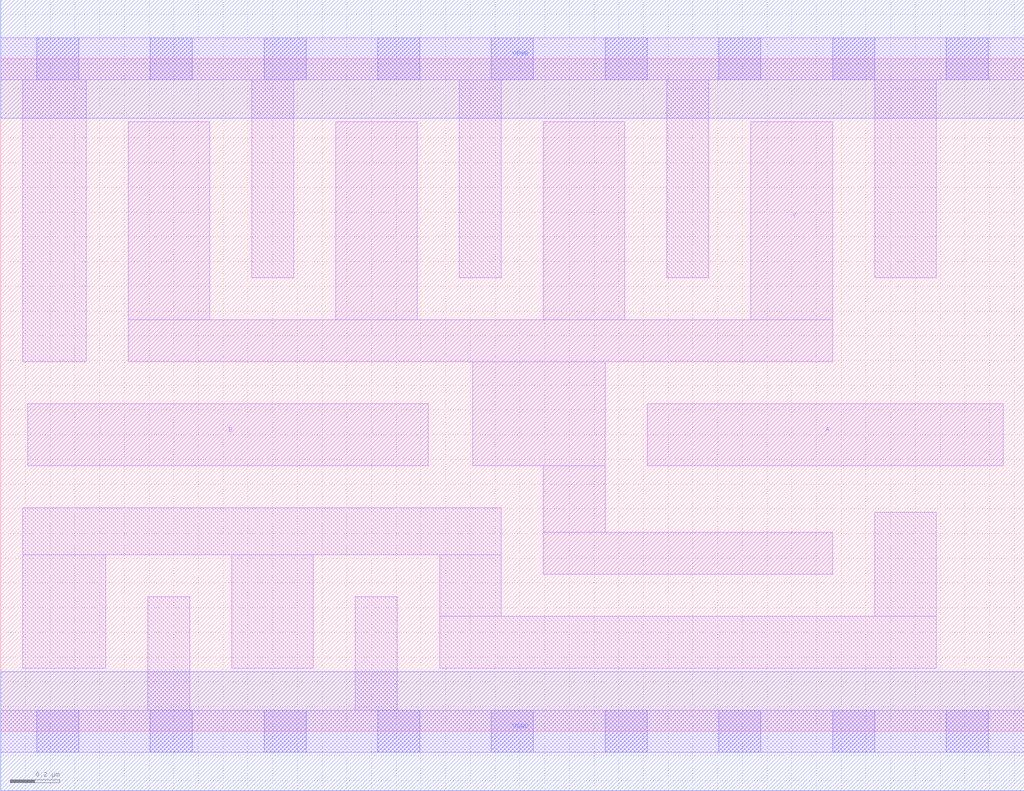
<source format=lef>
# Copyright 2020 The SkyWater PDK Authors
#
# Licensed under the Apache License, Version 2.0 (the "License");
# you may not use this file except in compliance with the License.
# You may obtain a copy of the License at
#
#     https://www.apache.org/licenses/LICENSE-2.0
#
# Unless required by applicable law or agreed to in writing, software
# distributed under the License is distributed on an "AS IS" BASIS,
# WITHOUT WARRANTIES OR CONDITIONS OF ANY KIND, either express or implied.
# See the License for the specific language governing permissions and
# limitations under the License.
#
# SPDX-License-Identifier: Apache-2.0

VERSION 5.7 ;
  NAMESCASESENSITIVE ON ;
  NOWIREEXTENSIONATPIN ON ;
  DIVIDERCHAR "/" ;
  BUSBITCHARS "[]" ;
UNITS
  DATABASE MICRONS 200 ;
END UNITS
MACRO sky130_fd_sc_hd__nand2_4
  CLASS CORE ;
  FOREIGN sky130_fd_sc_hd__nand2_4 ;
  ORIGIN  0.000000  0.000000 ;
  SIZE  4.140000 BY  2.720000 ;
  SYMMETRY X Y R90 ;
  SITE unithd ;
  PIN A
    ANTENNAGATEAREA  0.990000 ;
    DIRECTION INPUT ;
    USE SIGNAL ;
    PORT
      LAYER li1 ;
        RECT 2.615000 1.075000 4.055000 1.325000 ;
    END
  END A
  PIN B
    ANTENNAGATEAREA  0.990000 ;
    DIRECTION INPUT ;
    USE SIGNAL ;
    PORT
      LAYER li1 ;
        RECT 0.110000 1.075000 1.730000 1.325000 ;
    END
  END B
  PIN Y
    ANTENNADIFFAREA  1.431000 ;
    DIRECTION OUTPUT ;
    USE SIGNAL ;
    PORT
      LAYER li1 ;
        RECT 0.515000 1.495000 3.365000 1.665000 ;
        RECT 0.515000 1.665000 0.845000 2.465000 ;
        RECT 1.355000 1.665000 1.685000 2.465000 ;
        RECT 1.910000 1.075000 2.445000 1.495000 ;
        RECT 2.195000 0.635000 3.365000 0.805000 ;
        RECT 2.195000 0.805000 2.445000 1.075000 ;
        RECT 2.195000 1.665000 2.525000 2.465000 ;
        RECT 3.035000 1.665000 3.365000 2.465000 ;
    END
  END Y
  PIN VGND
    DIRECTION INOUT ;
    SHAPE ABUTMENT ;
    USE GROUND ;
    PORT
      LAYER met1 ;
        RECT 0.000000 -0.240000 4.140000 0.240000 ;
    END
  END VGND
  PIN VPWR
    DIRECTION INOUT ;
    SHAPE ABUTMENT ;
    USE POWER ;
    PORT
      LAYER met1 ;
        RECT 0.000000 2.480000 4.140000 2.960000 ;
    END
  END VPWR
  OBS
    LAYER li1 ;
      RECT 0.000000 -0.085000 4.140000 0.085000 ;
      RECT 0.000000  2.635000 4.140000 2.805000 ;
      RECT 0.090000  0.255000 0.425000 0.715000 ;
      RECT 0.090000  0.715000 2.025000 0.905000 ;
      RECT 0.090000  1.495000 0.345000 2.635000 ;
      RECT 0.595000  0.085000 0.765000 0.545000 ;
      RECT 0.935000  0.255000 1.265000 0.715000 ;
      RECT 1.015000  1.835000 1.185000 2.635000 ;
      RECT 1.435000  0.085000 1.605000 0.545000 ;
      RECT 1.775000  0.255000 3.785000 0.465000 ;
      RECT 1.775000  0.465000 2.025000 0.715000 ;
      RECT 1.855000  1.835000 2.025000 2.635000 ;
      RECT 2.695000  1.835000 2.865000 2.635000 ;
      RECT 3.535000  0.465000 3.785000 0.885000 ;
      RECT 3.535000  1.835000 3.785000 2.635000 ;
    LAYER mcon ;
      RECT 0.145000 -0.085000 0.315000 0.085000 ;
      RECT 0.145000  2.635000 0.315000 2.805000 ;
      RECT 0.605000 -0.085000 0.775000 0.085000 ;
      RECT 0.605000  2.635000 0.775000 2.805000 ;
      RECT 1.065000 -0.085000 1.235000 0.085000 ;
      RECT 1.065000  2.635000 1.235000 2.805000 ;
      RECT 1.525000 -0.085000 1.695000 0.085000 ;
      RECT 1.525000  2.635000 1.695000 2.805000 ;
      RECT 1.985000 -0.085000 2.155000 0.085000 ;
      RECT 1.985000  2.635000 2.155000 2.805000 ;
      RECT 2.445000 -0.085000 2.615000 0.085000 ;
      RECT 2.445000  2.635000 2.615000 2.805000 ;
      RECT 2.905000 -0.085000 3.075000 0.085000 ;
      RECT 2.905000  2.635000 3.075000 2.805000 ;
      RECT 3.365000 -0.085000 3.535000 0.085000 ;
      RECT 3.365000  2.635000 3.535000 2.805000 ;
      RECT 3.825000 -0.085000 3.995000 0.085000 ;
      RECT 3.825000  2.635000 3.995000 2.805000 ;
  END
END sky130_fd_sc_hd__nand2_4
END LIBRARY

</source>
